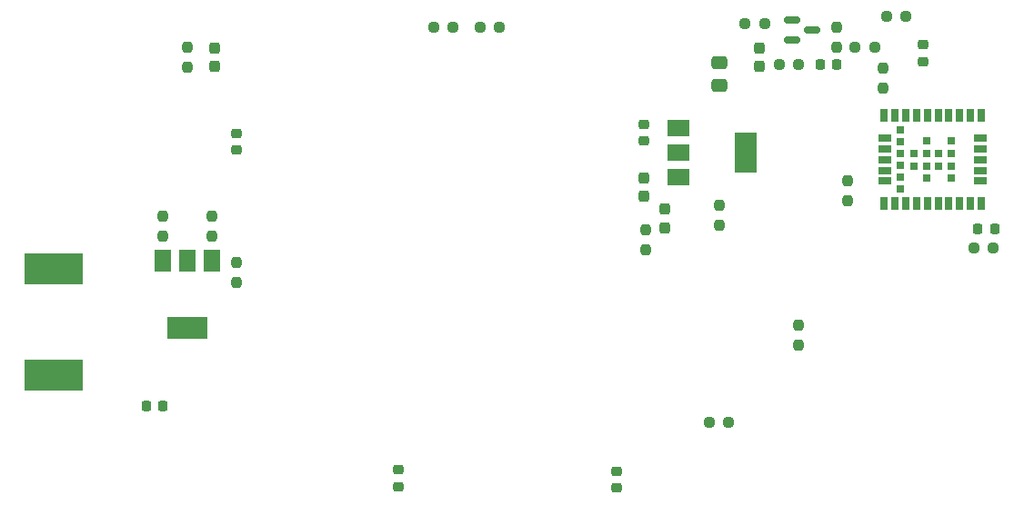
<source format=gbr>
%TF.GenerationSoftware,KiCad,Pcbnew,6.0.2+dfsg-1*%
%TF.CreationDate,2022-05-24T21:44:58+03:00*%
%TF.ProjectId,iot_geiger,696f745f-6765-4696-9765-722e6b696361,rev?*%
%TF.SameCoordinates,Original*%
%TF.FileFunction,Paste,Top*%
%TF.FilePolarity,Positive*%
%FSLAX46Y46*%
G04 Gerber Fmt 4.6, Leading zero omitted, Abs format (unit mm)*
G04 Created by KiCad (PCBNEW 6.0.2+dfsg-1) date 2022-05-24 21:44:58*
%MOMM*%
%LPD*%
G01*
G04 APERTURE LIST*
G04 Aperture macros list*
%AMRoundRect*
0 Rectangle with rounded corners*
0 $1 Rounding radius*
0 $2 $3 $4 $5 $6 $7 $8 $9 X,Y pos of 4 corners*
0 Add a 4 corners polygon primitive as box body*
4,1,4,$2,$3,$4,$5,$6,$7,$8,$9,$2,$3,0*
0 Add four circle primitives for the rounded corners*
1,1,$1+$1,$2,$3*
1,1,$1+$1,$4,$5*
1,1,$1+$1,$6,$7*
1,1,$1+$1,$8,$9*
0 Add four rect primitives between the rounded corners*
20,1,$1+$1,$2,$3,$4,$5,0*
20,1,$1+$1,$4,$5,$6,$7,0*
20,1,$1+$1,$6,$7,$8,$9,0*
20,1,$1+$1,$8,$9,$2,$3,0*%
G04 Aperture macros list end*
%ADD10RoundRect,0.237500X0.237500X-0.250000X0.237500X0.250000X-0.237500X0.250000X-0.237500X-0.250000X0*%
%ADD11RoundRect,0.237500X-0.237500X0.250000X-0.237500X-0.250000X0.237500X-0.250000X0.237500X0.250000X0*%
%ADD12R,1.500000X2.000000*%
%ADD13R,3.800000X2.000000*%
%ADD14RoundRect,0.225000X0.250000X-0.225000X0.250000X0.225000X-0.250000X0.225000X-0.250000X-0.225000X0*%
%ADD15RoundRect,0.237500X0.237500X-0.287500X0.237500X0.287500X-0.237500X0.287500X-0.237500X-0.287500X0*%
%ADD16RoundRect,0.237500X-0.250000X-0.237500X0.250000X-0.237500X0.250000X0.237500X-0.250000X0.237500X0*%
%ADD17R,0.700000X1.150000*%
%ADD18R,1.150000X0.700000*%
%ADD19R,0.700000X0.700000*%
%ADD20RoundRect,0.225000X-0.250000X0.225000X-0.250000X-0.225000X0.250000X-0.225000X0.250000X0.225000X0*%
%ADD21RoundRect,0.237500X0.237500X-0.300000X0.237500X0.300000X-0.237500X0.300000X-0.237500X-0.300000X0*%
%ADD22RoundRect,0.225000X-0.225000X-0.250000X0.225000X-0.250000X0.225000X0.250000X-0.225000X0.250000X0*%
%ADD23R,5.400000X2.900000*%
%ADD24R,2.000000X1.500000*%
%ADD25R,2.000000X3.800000*%
%ADD26RoundRect,0.250000X-0.475000X0.337500X-0.475000X-0.337500X0.475000X-0.337500X0.475000X0.337500X0*%
%ADD27RoundRect,0.237500X0.250000X0.237500X-0.250000X0.237500X-0.250000X-0.237500X0.250000X-0.237500X0*%
%ADD28RoundRect,0.225000X0.225000X0.250000X-0.225000X0.250000X-0.225000X-0.250000X0.225000X-0.250000X0*%
%ADD29RoundRect,0.237500X-0.237500X0.300000X-0.237500X-0.300000X0.237500X-0.300000X0.237500X0.300000X0*%
%ADD30RoundRect,0.150000X-0.587500X-0.150000X0.587500X-0.150000X0.587500X0.150000X-0.587500X0.150000X0*%
G04 APERTURE END LIST*
D10*
X178562000Y-73810500D03*
X178562000Y-71985500D03*
D11*
X197358000Y-67413500D03*
X197358000Y-69238500D03*
D12*
X138190000Y-74828000D03*
X135890000Y-74828000D03*
X133590000Y-74828000D03*
D13*
X135890000Y-81128000D03*
D14*
X204368400Y-56248600D03*
X204368400Y-54698600D03*
D15*
X180340000Y-71741000D03*
X180340000Y-69991000D03*
D16*
X198071100Y-54914800D03*
X199896100Y-54914800D03*
D11*
X185420000Y-69699500D03*
X185420000Y-71524500D03*
D17*
X200810000Y-69530000D03*
X201810000Y-69530000D03*
X202810000Y-69530000D03*
X203810000Y-69530000D03*
X204810000Y-69530000D03*
X205810000Y-69530000D03*
X206810000Y-69530000D03*
X207810000Y-69530000D03*
X208810000Y-69530000D03*
X209810000Y-69530000D03*
D18*
X209735000Y-67405000D03*
X209735000Y-66405000D03*
X209735000Y-65405000D03*
X209735000Y-64405000D03*
X209735000Y-63405000D03*
D17*
X209810000Y-61280000D03*
X208810000Y-61280000D03*
X207810000Y-61280000D03*
X206810000Y-61280000D03*
X205810000Y-61280000D03*
X204810000Y-61280000D03*
X203810000Y-61280000D03*
X202810000Y-61280000D03*
X201810000Y-61280000D03*
X200810000Y-61280000D03*
D18*
X200885000Y-63405000D03*
X200885000Y-64405000D03*
X200885000Y-65405000D03*
X200885000Y-66405000D03*
X200885000Y-67405000D03*
D19*
X202260000Y-68155000D03*
X202260000Y-67055000D03*
X202260000Y-65955000D03*
X202260000Y-64855000D03*
X202260000Y-63755000D03*
X202260000Y-62655000D03*
X203590000Y-65980000D03*
X203590000Y-64830000D03*
X204740000Y-67130000D03*
X204740000Y-65980000D03*
X204740000Y-64830000D03*
X204740000Y-63680000D03*
X205890000Y-65980000D03*
X205890000Y-64830000D03*
X207040000Y-67130000D03*
X207040000Y-65980000D03*
X207040000Y-64830000D03*
X207040000Y-63680000D03*
D20*
X175895000Y-94475000D03*
X175895000Y-96025000D03*
D21*
X138430000Y-56742500D03*
X138430000Y-55017500D03*
D14*
X140462000Y-64516000D03*
X140462000Y-62966000D03*
D22*
X194805000Y-56515000D03*
X196355000Y-56515000D03*
D16*
X201017500Y-52070000D03*
X202842500Y-52070000D03*
D23*
X123444000Y-85468000D03*
X123444000Y-75568000D03*
D24*
X181635000Y-62470000D03*
X181635000Y-64770000D03*
D25*
X187935000Y-64770000D03*
D24*
X181635000Y-67070000D03*
D10*
X135890000Y-56792500D03*
X135890000Y-54967500D03*
X192786000Y-82700500D03*
X192786000Y-80875500D03*
D16*
X209145500Y-73660000D03*
X210970500Y-73660000D03*
D11*
X138176000Y-70715500D03*
X138176000Y-72540500D03*
X140462000Y-75033500D03*
X140462000Y-76858500D03*
D26*
X185420000Y-56366500D03*
X185420000Y-58441500D03*
D27*
X189647500Y-52705000D03*
X187822500Y-52705000D03*
X160678500Y-53086000D03*
X158853500Y-53086000D03*
D28*
X133617000Y-88392000D03*
X132067000Y-88392000D03*
D29*
X189142500Y-55017500D03*
X189142500Y-56742500D03*
D20*
X155575000Y-94335000D03*
X155575000Y-95885000D03*
D27*
X192822500Y-56515000D03*
X190997500Y-56515000D03*
D30*
X192242500Y-52390000D03*
X192242500Y-54290000D03*
X194117500Y-53340000D03*
D10*
X200660000Y-58697500D03*
X200660000Y-56872500D03*
D16*
X163171500Y-53086000D03*
X164996500Y-53086000D03*
D21*
X178435000Y-68807500D03*
X178435000Y-67082500D03*
D20*
X178435000Y-62090000D03*
X178435000Y-63640000D03*
D28*
X211074000Y-71882000D03*
X209524000Y-71882000D03*
D10*
X196355000Y-54887500D03*
X196355000Y-53062500D03*
D11*
X133604000Y-70715500D03*
X133604000Y-72540500D03*
D16*
X184507500Y-89916000D03*
X186332500Y-89916000D03*
M02*

</source>
